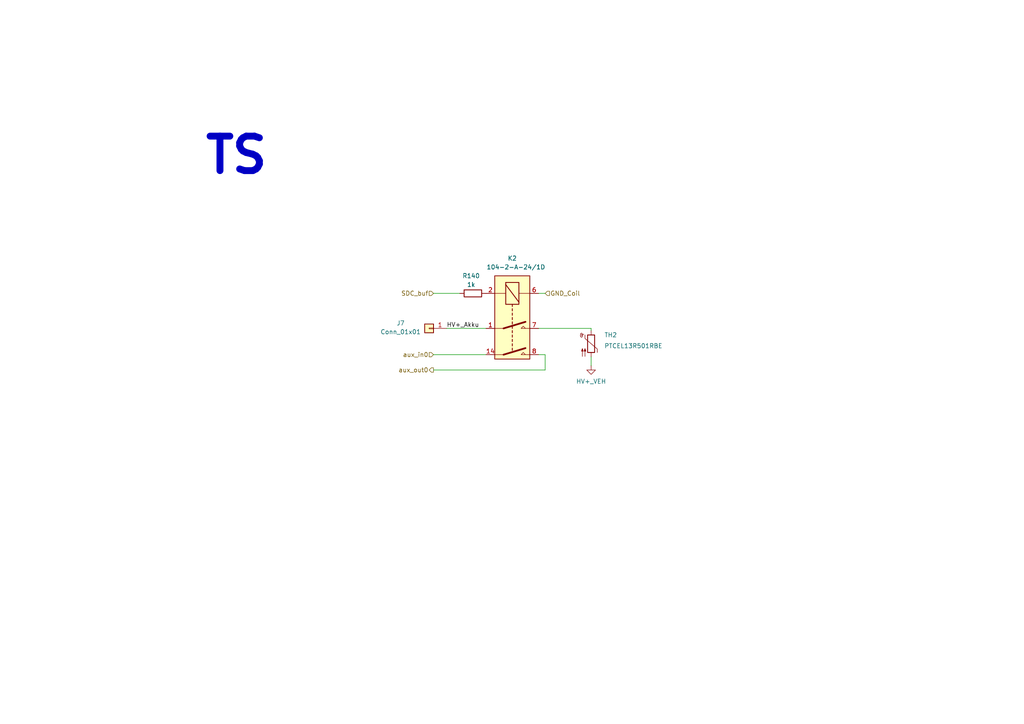
<source format=kicad_sch>
(kicad_sch
	(version 20231120)
	(generator "eeschema")
	(generator_version "8.0")
	(uuid "c512826e-4b30-41b0-b08b-4a156c10d879")
	(paper "A4")
	(lib_symbols
		(symbol "Connector_Generic:Conn_01x01"
			(pin_names
				(offset 1.016) hide)
			(exclude_from_sim no)
			(in_bom yes)
			(on_board yes)
			(property "Reference" "J"
				(at 0 2.54 0)
				(effects
					(font
						(size 1.27 1.27)
					)
				)
			)
			(property "Value" "Conn_01x01"
				(at 0 -2.54 0)
				(effects
					(font
						(size 1.27 1.27)
					)
				)
			)
			(property "Footprint" ""
				(at 0 0 0)
				(effects
					(font
						(size 1.27 1.27)
					)
					(hide yes)
				)
			)
			(property "Datasheet" "~"
				(at 0 0 0)
				(effects
					(font
						(size 1.27 1.27)
					)
					(hide yes)
				)
			)
			(property "Description" "Generic connector, single row, 01x01, script generated (kicad-library-utils/schlib/autogen/connector/)"
				(at 0 0 0)
				(effects
					(font
						(size 1.27 1.27)
					)
					(hide yes)
				)
			)
			(property "ki_keywords" "connector"
				(at 0 0 0)
				(effects
					(font
						(size 1.27 1.27)
					)
					(hide yes)
				)
			)
			(property "ki_fp_filters" "Connector*:*_1x??_*"
				(at 0 0 0)
				(effects
					(font
						(size 1.27 1.27)
					)
					(hide yes)
				)
			)
			(symbol "Conn_01x01_1_1"
				(rectangle
					(start -1.27 0.127)
					(end 0 -0.127)
					(stroke
						(width 0.1524)
						(type default)
					)
					(fill
						(type none)
					)
				)
				(rectangle
					(start -1.27 1.27)
					(end 1.27 -1.27)
					(stroke
						(width 0.254)
						(type default)
					)
					(fill
						(type background)
					)
				)
				(pin passive line
					(at -5.08 0 0)
					(length 3.81)
					(name "Pin_1"
						(effects
							(font
								(size 1.27 1.27)
							)
						)
					)
					(number "1"
						(effects
							(font
								(size 1.27 1.27)
							)
						)
					)
				)
			)
		)
		(symbol "Device:R"
			(pin_numbers hide)
			(pin_names
				(offset 0)
			)
			(exclude_from_sim no)
			(in_bom yes)
			(on_board yes)
			(property "Reference" "R"
				(at 2.032 0 90)
				(effects
					(font
						(size 1.27 1.27)
					)
				)
			)
			(property "Value" "R"
				(at 0 0 90)
				(effects
					(font
						(size 1.27 1.27)
					)
				)
			)
			(property "Footprint" ""
				(at -1.778 0 90)
				(effects
					(font
						(size 1.27 1.27)
					)
					(hide yes)
				)
			)
			(property "Datasheet" "~"
				(at 0 0 0)
				(effects
					(font
						(size 1.27 1.27)
					)
					(hide yes)
				)
			)
			(property "Description" "Resistor"
				(at 0 0 0)
				(effects
					(font
						(size 1.27 1.27)
					)
					(hide yes)
				)
			)
			(property "ki_keywords" "R res resistor"
				(at 0 0 0)
				(effects
					(font
						(size 1.27 1.27)
					)
					(hide yes)
				)
			)
			(property "ki_fp_filters" "R_*"
				(at 0 0 0)
				(effects
					(font
						(size 1.27 1.27)
					)
					(hide yes)
				)
			)
			(symbol "R_0_1"
				(rectangle
					(start -1.016 -2.54)
					(end 1.016 2.54)
					(stroke
						(width 0.254)
						(type default)
					)
					(fill
						(type none)
					)
				)
			)
			(symbol "R_1_1"
				(pin passive line
					(at 0 3.81 270)
					(length 1.27)
					(name "~"
						(effects
							(font
								(size 1.27 1.27)
							)
						)
					)
					(number "1"
						(effects
							(font
								(size 1.27 1.27)
							)
						)
					)
				)
				(pin passive line
					(at 0 -3.81 90)
					(length 1.27)
					(name "~"
						(effects
							(font
								(size 1.27 1.27)
							)
						)
					)
					(number "2"
						(effects
							(font
								(size 1.27 1.27)
							)
						)
					)
				)
			)
		)
		(symbol "Device:Thermistor_PTC"
			(pin_numbers hide)
			(pin_names
				(offset 0)
			)
			(exclude_from_sim no)
			(in_bom yes)
			(on_board yes)
			(property "Reference" "TH"
				(at -4.064 0 90)
				(effects
					(font
						(size 1.27 1.27)
					)
				)
			)
			(property "Value" "Thermistor_PTC"
				(at 3.048 0 90)
				(effects
					(font
						(size 1.27 1.27)
					)
				)
			)
			(property "Footprint" ""
				(at 1.27 -5.08 0)
				(effects
					(font
						(size 1.27 1.27)
					)
					(justify left)
					(hide yes)
				)
			)
			(property "Datasheet" "~"
				(at 0 0 0)
				(effects
					(font
						(size 1.27 1.27)
					)
					(hide yes)
				)
			)
			(property "Description" "Temperature dependent resistor, positive temperature coefficient"
				(at 0 0 0)
				(effects
					(font
						(size 1.27 1.27)
					)
					(hide yes)
				)
			)
			(property "ki_keywords" "resistor PTC thermistor sensor RTD"
				(at 0 0 0)
				(effects
					(font
						(size 1.27 1.27)
					)
					(hide yes)
				)
			)
			(property "ki_fp_filters" "*PTC* *Thermistor* PIN?ARRAY* bornier* *Terminal?Block* R_*"
				(at 0 0 0)
				(effects
					(font
						(size 1.27 1.27)
					)
					(hide yes)
				)
			)
			(symbol "Thermistor_PTC_0_1"
				(arc
					(start -3.048 2.159)
					(mid -3.0495 2.3143)
					(end -3.175 2.413)
					(stroke
						(width 0)
						(type default)
					)
					(fill
						(type none)
					)
				)
				(arc
					(start -3.048 2.159)
					(mid -2.9736 1.9794)
					(end -2.794 1.905)
					(stroke
						(width 0)
						(type default)
					)
					(fill
						(type none)
					)
				)
				(arc
					(start -3.048 2.794)
					(mid -2.9736 2.6144)
					(end -2.794 2.54)
					(stroke
						(width 0)
						(type default)
					)
					(fill
						(type none)
					)
				)
				(arc
					(start -2.794 1.905)
					(mid -2.6144 1.9794)
					(end -2.54 2.159)
					(stroke
						(width 0)
						(type default)
					)
					(fill
						(type none)
					)
				)
				(arc
					(start -2.794 2.54)
					(mid -2.4393 2.5587)
					(end -2.159 2.794)
					(stroke
						(width 0)
						(type default)
					)
					(fill
						(type none)
					)
				)
				(arc
					(start -2.794 3.048)
					(mid -2.9736 2.9736)
					(end -3.048 2.794)
					(stroke
						(width 0)
						(type default)
					)
					(fill
						(type none)
					)
				)
				(arc
					(start -2.54 2.794)
					(mid -2.6144 2.9736)
					(end -2.794 3.048)
					(stroke
						(width 0)
						(type default)
					)
					(fill
						(type none)
					)
				)
				(rectangle
					(start -1.016 2.54)
					(end 1.016 -2.54)
					(stroke
						(width 0.254)
						(type default)
					)
					(fill
						(type none)
					)
				)
				(polyline
					(pts
						(xy -2.54 2.159) (xy -2.54 2.794)
					)
					(stroke
						(width 0)
						(type default)
					)
					(fill
						(type none)
					)
				)
				(polyline
					(pts
						(xy -1.778 2.54) (xy -1.778 1.524) (xy 1.778 -1.524) (xy 1.778 -2.54)
					)
					(stroke
						(width 0)
						(type default)
					)
					(fill
						(type none)
					)
				)
				(polyline
					(pts
						(xy -2.54 -3.683) (xy -2.54 -1.397) (xy -2.794 -2.159) (xy -2.286 -2.159) (xy -2.54 -1.397) (xy -2.54 -1.651)
					)
					(stroke
						(width 0)
						(type default)
					)
					(fill
						(type outline)
					)
				)
				(polyline
					(pts
						(xy -1.778 -3.683) (xy -1.778 -1.397) (xy -2.032 -2.159) (xy -1.524 -2.159) (xy -1.778 -1.397)
						(xy -1.778 -1.651)
					)
					(stroke
						(width 0)
						(type default)
					)
					(fill
						(type outline)
					)
				)
			)
			(symbol "Thermistor_PTC_1_1"
				(pin passive line
					(at 0 3.81 270)
					(length 1.27)
					(name "~"
						(effects
							(font
								(size 1.27 1.27)
							)
						)
					)
					(number "1"
						(effects
							(font
								(size 1.27 1.27)
							)
						)
					)
				)
				(pin passive line
					(at 0 -3.81 90)
					(length 1.27)
					(name "~"
						(effects
							(font
								(size 1.27 1.27)
							)
						)
					)
					(number "2"
						(effects
							(font
								(size 1.27 1.27)
							)
						)
					)
				)
			)
		)
		(symbol "Relay:DIPxx-2Axx-21x"
			(exclude_from_sim no)
			(in_bom yes)
			(on_board yes)
			(property "Reference" "K"
				(at 12.7 3.81 0)
				(effects
					(font
						(size 1.27 1.27)
					)
					(justify left)
				)
			)
			(property "Value" "DIPxx-2Axx-21x"
				(at 12.7 1.27 0)
				(effects
					(font
						(size 1.27 1.27)
					)
					(justify left)
				)
			)
			(property "Footprint" "Relay_THT:Relay_StandexMeder_DIP_LowProfile"
				(at 12.7 -1.27 0)
				(effects
					(font
						(size 1.27 1.27)
					)
					(justify left)
					(hide yes)
				)
			)
			(property "Datasheet" "https://standexelectronics.com/wp-content/uploads/datasheet_reed_relay_DIP.pdf"
				(at 0 0 0)
				(effects
					(font
						(size 1.27 1.27)
					)
					(hide yes)
				)
			)
			(property "Description" "Standex Meder DIP reed relay, DPST, Closing Contacts"
				(at 0 0 0)
				(effects
					(font
						(size 1.27 1.27)
					)
					(hide yes)
				)
			)
			(property "ki_keywords" "Single Pole Reed Relay DPST"
				(at 0 0 0)
				(effects
					(font
						(size 1.27 1.27)
					)
					(hide yes)
				)
			)
			(property "ki_fp_filters" "Relay*StandexMeder*DIP*LowProfile*"
				(at 0 0 0)
				(effects
					(font
						(size 1.27 1.27)
					)
					(hide yes)
				)
			)
			(symbol "DIPxx-2Axx-21x_0_0"
				(polyline
					(pts
						(xy 2.54 5.08) (xy 2.54 2.54) (xy 1.905 3.175) (xy 2.54 3.81)
					)
					(stroke
						(width 0)
						(type default)
					)
					(fill
						(type none)
					)
				)
				(polyline
					(pts
						(xy 10.16 5.08) (xy 10.16 2.54) (xy 9.525 3.175) (xy 10.16 3.81)
					)
					(stroke
						(width 0)
						(type default)
					)
					(fill
						(type none)
					)
				)
			)
			(symbol "DIPxx-2Axx-21x_0_1"
				(rectangle
					(start -12.7 5.08)
					(end 11.43 -5.08)
					(stroke
						(width 0.254)
						(type default)
					)
					(fill
						(type background)
					)
				)
				(rectangle
					(start -10.795 1.905)
					(end -4.445 -1.905)
					(stroke
						(width 0.254)
						(type default)
					)
					(fill
						(type none)
					)
				)
				(polyline
					(pts
						(xy -10.16 -1.905) (xy -5.08 1.905)
					)
					(stroke
						(width 0.254)
						(type default)
					)
					(fill
						(type none)
					)
				)
				(polyline
					(pts
						(xy -7.62 -5.08) (xy -7.62 -1.905)
					)
					(stroke
						(width 0)
						(type default)
					)
					(fill
						(type none)
					)
				)
				(polyline
					(pts
						(xy -7.62 5.08) (xy -7.62 1.905)
					)
					(stroke
						(width 0)
						(type default)
					)
					(fill
						(type none)
					)
				)
				(polyline
					(pts
						(xy -4.445 0) (xy -3.81 0)
					)
					(stroke
						(width 0.254)
						(type default)
					)
					(fill
						(type none)
					)
				)
				(polyline
					(pts
						(xy -3.175 0) (xy -2.54 0)
					)
					(stroke
						(width 0.254)
						(type default)
					)
					(fill
						(type none)
					)
				)
				(polyline
					(pts
						(xy -1.905 0) (xy -1.27 0)
					)
					(stroke
						(width 0.254)
						(type default)
					)
					(fill
						(type none)
					)
				)
				(polyline
					(pts
						(xy -0.635 0) (xy 0 0)
					)
					(stroke
						(width 0.254)
						(type default)
					)
					(fill
						(type none)
					)
				)
				(polyline
					(pts
						(xy 0.635 0) (xy 1.27 0)
					)
					(stroke
						(width 0.254)
						(type default)
					)
					(fill
						(type none)
					)
				)
				(polyline
					(pts
						(xy 1.905 0) (xy 2.54 0)
					)
					(stroke
						(width 0.254)
						(type default)
					)
					(fill
						(type none)
					)
				)
				(polyline
					(pts
						(xy 2.54 -2.54) (xy 0.635 3.81)
					)
					(stroke
						(width 0.508)
						(type default)
					)
					(fill
						(type none)
					)
				)
				(polyline
					(pts
						(xy 2.54 -2.54) (xy 2.54 -5.08)
					)
					(stroke
						(width 0)
						(type default)
					)
					(fill
						(type none)
					)
				)
				(polyline
					(pts
						(xy 3.175 0) (xy 3.81 0)
					)
					(stroke
						(width 0.254)
						(type default)
					)
					(fill
						(type none)
					)
				)
				(polyline
					(pts
						(xy 4.445 0) (xy 5.08 0)
					)
					(stroke
						(width 0.254)
						(type default)
					)
					(fill
						(type none)
					)
				)
				(polyline
					(pts
						(xy 5.715 0) (xy 6.35 0)
					)
					(stroke
						(width 0.254)
						(type default)
					)
					(fill
						(type none)
					)
				)
				(polyline
					(pts
						(xy 6.985 0) (xy 7.62 0)
					)
					(stroke
						(width 0.254)
						(type default)
					)
					(fill
						(type none)
					)
				)
				(polyline
					(pts
						(xy 8.255 0) (xy 8.89 0)
					)
					(stroke
						(width 0.254)
						(type default)
					)
					(fill
						(type none)
					)
				)
				(polyline
					(pts
						(xy 10.16 -2.54) (xy 8.255 3.81)
					)
					(stroke
						(width 0.508)
						(type default)
					)
					(fill
						(type none)
					)
				)
				(polyline
					(pts
						(xy 10.16 -2.54) (xy 10.16 -5.08)
					)
					(stroke
						(width 0)
						(type default)
					)
					(fill
						(type none)
					)
				)
			)
			(symbol "DIPxx-2Axx-21x_1_1"
				(pin passive line
					(at 2.54 -7.62 90)
					(length 2.54)
					(name "~"
						(effects
							(font
								(size 1.27 1.27)
							)
						)
					)
					(number "1"
						(effects
							(font
								(size 1.27 1.27)
							)
						)
					)
				)
				(pin passive line
					(at 10.16 -7.62 90)
					(length 2.54)
					(name "~"
						(effects
							(font
								(size 1.27 1.27)
							)
						)
					)
					(number "14"
						(effects
							(font
								(size 1.27 1.27)
							)
						)
					)
				)
				(pin passive line
					(at -7.62 -7.62 90)
					(length 2.54)
					(name "~"
						(effects
							(font
								(size 1.27 1.27)
							)
						)
					)
					(number "2"
						(effects
							(font
								(size 1.27 1.27)
							)
						)
					)
				)
				(pin passive line
					(at -7.62 7.62 270)
					(length 2.54)
					(name "~"
						(effects
							(font
								(size 1.27 1.27)
							)
						)
					)
					(number "6"
						(effects
							(font
								(size 1.27 1.27)
							)
						)
					)
				)
				(pin passive line
					(at 2.54 7.62 270)
					(length 2.54)
					(name "~"
						(effects
							(font
								(size 1.27 1.27)
							)
						)
					)
					(number "7"
						(effects
							(font
								(size 1.27 1.27)
							)
						)
					)
				)
				(pin passive line
					(at 10.16 7.62 270)
					(length 2.54)
					(name "~"
						(effects
							(font
								(size 1.27 1.27)
							)
						)
					)
					(number "8"
						(effects
							(font
								(size 1.27 1.27)
							)
						)
					)
				)
			)
		)
		(symbol "power:GND"
			(power)
			(pin_numbers hide)
			(pin_names
				(offset 0) hide)
			(exclude_from_sim no)
			(in_bom yes)
			(on_board yes)
			(property "Reference" "#PWR"
				(at 0 -6.35 0)
				(effects
					(font
						(size 1.27 1.27)
					)
					(hide yes)
				)
			)
			(property "Value" "GND"
				(at 0 -3.81 0)
				(effects
					(font
						(size 1.27 1.27)
					)
				)
			)
			(property "Footprint" ""
				(at 0 0 0)
				(effects
					(font
						(size 1.27 1.27)
					)
					(hide yes)
				)
			)
			(property "Datasheet" ""
				(at 0 0 0)
				(effects
					(font
						(size 1.27 1.27)
					)
					(hide yes)
				)
			)
			(property "Description" "Power symbol creates a global label with name \"GND\" , ground"
				(at 0 0 0)
				(effects
					(font
						(size 1.27 1.27)
					)
					(hide yes)
				)
			)
			(property "ki_keywords" "global power"
				(at 0 0 0)
				(effects
					(font
						(size 1.27 1.27)
					)
					(hide yes)
				)
			)
			(symbol "GND_0_1"
				(polyline
					(pts
						(xy 0 0) (xy 0 -1.27) (xy 1.27 -1.27) (xy 0 -2.54) (xy -1.27 -1.27) (xy 0 -1.27)
					)
					(stroke
						(width 0)
						(type default)
					)
					(fill
						(type none)
					)
				)
			)
			(symbol "GND_1_1"
				(pin power_in line
					(at 0 0 270)
					(length 0)
					(name "~"
						(effects
							(font
								(size 1.27 1.27)
							)
						)
					)
					(number "1"
						(effects
							(font
								(size 1.27 1.27)
							)
						)
					)
				)
			)
		)
	)
	(wire
		(pts
			(xy 171.45 95.25) (xy 171.45 95.885)
		)
		(stroke
			(width 0)
			(type default)
		)
		(uuid "13255788-628c-4d91-b690-848eaaa9d480")
	)
	(wire
		(pts
			(xy 158.115 107.315) (xy 158.115 102.87)
		)
		(stroke
			(width 0)
			(type default)
		)
		(uuid "295b27b4-279a-4844-8e6c-748d1fa8971a")
	)
	(wire
		(pts
			(xy 156.21 95.25) (xy 171.45 95.25)
		)
		(stroke
			(width 0)
			(type default)
		)
		(uuid "2d154140-0496-4bf2-854d-103f5c2d7c19")
	)
	(wire
		(pts
			(xy 125.73 85.09) (xy 133.35 85.09)
		)
		(stroke
			(width 0)
			(type default)
		)
		(uuid "571089fd-4668-4d3e-99de-e0e92abae555")
	)
	(wire
		(pts
			(xy 171.45 103.505) (xy 171.45 106.045)
		)
		(stroke
			(width 0)
			(type default)
		)
		(uuid "5f837369-53c2-49ce-b80b-d2656ad26f8c")
	)
	(wire
		(pts
			(xy 125.73 107.315) (xy 158.115 107.315)
		)
		(stroke
			(width 0)
			(type default)
		)
		(uuid "a0599e55-bcdc-477d-a041-14eeb1e9fe1c")
	)
	(wire
		(pts
			(xy 129.54 95.25) (xy 140.97 95.25)
		)
		(stroke
			(width 0)
			(type default)
		)
		(uuid "b1ab3e9f-d52b-472a-b481-50b5ff72dc1a")
	)
	(wire
		(pts
			(xy 158.115 85.09) (xy 156.21 85.09)
		)
		(stroke
			(width 0)
			(type default)
		)
		(uuid "db4dc769-5cd7-4998-8b35-d6613f29dc34")
	)
	(wire
		(pts
			(xy 125.73 102.87) (xy 140.97 102.87)
		)
		(stroke
			(width 0)
			(type default)
		)
		(uuid "dd45e93f-612a-4415-90c3-38ac07df31cd")
	)
	(wire
		(pts
			(xy 156.21 102.87) (xy 158.115 102.87)
		)
		(stroke
			(width 0)
			(type default)
		)
		(uuid "e751b110-8161-44c8-b0d4-0dbcad6d3ab0")
	)
	(text "TS"
		(exclude_from_sim no)
		(at 58.674 45.212 0)
		(effects
			(font
				(size 10 10)
				(thickness 2)
				(bold yes)
			)
			(justify left)
		)
		(uuid "0a3e6c1e-fc36-4bb4-8138-05aef9ab2a25")
	)
	(label "HV+_Akku"
		(at 129.54 95.25 0)
		(fields_autoplaced yes)
		(effects
			(font
				(size 1.27 1.27)
			)
			(justify left bottom)
		)
		(uuid "915c3972-cb2f-48ea-a298-79ded466dca1")
	)
	(hierarchical_label "GND_Coil"
		(shape input)
		(at 158.115 85.09 0)
		(fields_autoplaced yes)
		(effects
			(font
				(size 1.27 1.27)
			)
			(justify left)
		)
		(uuid "0336b6e6-12eb-49bd-922d-ffd67b8f2b71")
	)
	(hierarchical_label "SDC_buf"
		(shape input)
		(at 125.73 85.09 180)
		(fields_autoplaced yes)
		(effects
			(font
				(size 1.27 1.27)
			)
			(justify right)
		)
		(uuid "177a625b-f077-469c-808d-268af12c0324")
	)
	(hierarchical_label "aux_in0"
		(shape input)
		(at 125.73 102.87 180)
		(fields_autoplaced yes)
		(effects
			(font
				(size 1.27 1.27)
			)
			(justify right)
		)
		(uuid "653da6f8-c5e6-4b74-bd8a-e487c198cc5a")
	)
	(hierarchical_label "aux_out0"
		(shape output)
		(at 125.73 107.315 180)
		(fields_autoplaced yes)
		(effects
			(font
				(size 1.27 1.27)
			)
			(justify right)
		)
		(uuid "793ea848-b16f-487b-aa74-e363aecdb0b9")
	)
	(symbol
		(lib_id "Connector_Generic:Conn_01x01")
		(at 124.46 95.25 180)
		(unit 1)
		(exclude_from_sim no)
		(in_bom yes)
		(on_board yes)
		(dnp no)
		(uuid "0a27851e-59e7-47d8-a3a9-6547bddd85b9")
		(property "Reference" "J7"
			(at 116.205 93.726 0)
			(effects
				(font
					(size 1.27 1.27)
				)
			)
		)
		(property "Value" "Conn_01x01"
			(at 116.205 96.266 0)
			(effects
				(font
					(size 1.27 1.27)
				)
			)
		)
		(property "Footprint" ""
			(at 124.46 95.25 0)
			(effects
				(font
					(size 1.27 1.27)
				)
				(hide yes)
			)
		)
		(property "Datasheet" "~"
			(at 124.46 95.25 0)
			(effects
				(font
					(size 1.27 1.27)
				)
				(hide yes)
			)
		)
		(property "Description" "Generic connector, single row, 01x01, script generated (kicad-library-utils/schlib/autogen/connector/)"
			(at 124.46 95.25 0)
			(effects
				(font
					(size 1.27 1.27)
				)
				(hide yes)
			)
		)
		(pin "1"
			(uuid "0abcc3ab-3061-49bb-95d7-bf0489297d0e")
		)
		(instances
			(project "Master_FT25"
				(path "/e63e39d7-6ac0-4ffd-8aa3-1841a4541b55/95b8e8bb-175b-4c26-b28f-f18dafbb4793/37d30e27-c673-4cc7-b99f-eba24f032eb1"
					(reference "J7")
					(unit 1)
				)
			)
		)
	)
	(symbol
		(lib_id "power:GND")
		(at 171.45 106.045 0)
		(unit 1)
		(exclude_from_sim no)
		(in_bom yes)
		(on_board yes)
		(dnp no)
		(uuid "3ac610e5-a9e6-4b28-953d-0b917624033f")
		(property "Reference" "#PWR075"
			(at 171.45 112.395 0)
			(effects
				(font
					(size 1.27 1.27)
				)
				(hide yes)
			)
		)
		(property "Value" "HV+_VEH"
			(at 171.45 110.617 0)
			(effects
				(font
					(size 1.27 1.27)
				)
			)
		)
		(property "Footprint" ""
			(at 171.45 106.045 0)
			(effects
				(font
					(size 1.27 1.27)
				)
				(hide yes)
			)
		)
		(property "Datasheet" ""
			(at 171.45 106.045 0)
			(effects
				(font
					(size 1.27 1.27)
				)
				(hide yes)
			)
		)
		(property "Description" "Power symbol creates a global label with name \"GND\" , ground"
			(at 171.45 106.045 0)
			(effects
				(font
					(size 1.27 1.27)
				)
				(hide yes)
			)
		)
		(pin "1"
			(uuid "b6aa06bc-6847-48da-8974-fc0639abbb3e")
		)
		(instances
			(project "Master_FT25"
				(path "/e63e39d7-6ac0-4ffd-8aa3-1841a4541b55/95b8e8bb-175b-4c26-b28f-f18dafbb4793/37d30e27-c673-4cc7-b99f-eba24f032eb1"
					(reference "#PWR075")
					(unit 1)
				)
			)
		)
	)
	(symbol
		(lib_id "Device:Thermistor_PTC")
		(at 171.45 99.695 0)
		(unit 1)
		(exclude_from_sim no)
		(in_bom yes)
		(on_board yes)
		(dnp no)
		(uuid "473f44cc-b349-4127-ac18-c6e688167dcf")
		(property "Reference" "TH2"
			(at 175.26 97.155 0)
			(effects
				(font
					(size 1.27 1.27)
				)
				(justify left)
			)
		)
		(property "Value" "PTCEL13R501RBE"
			(at 175.26 100.33 0)
			(effects
				(font
					(size 1.27 1.27)
				)
				(justify left)
			)
		)
		(property "Footprint" "Connector_PinHeader_2.54mm:PinHeader_1x02_P2.54mm_Vertical"
			(at 172.72 104.775 0)
			(effects
				(font
					(size 1.27 1.27)
				)
				(justify left)
				(hide yes)
			)
		)
		(property "Datasheet" "https://www.vishay.com/docs/29165/ptcel_series.pdf"
			(at 171.45 99.695 0)
			(effects
				(font
					(size 1.27 1.27)
				)
				(hide yes)
			)
		)
		(property "Description" "Temperature dependent resistor, positive temperature coefficient"
			(at 171.45 99.695 0)
			(effects
				(font
					(size 1.27 1.27)
				)
				(hide yes)
			)
		)
		(pin "1"
			(uuid "04f791c8-bf02-4d20-a9a1-29b01b90cbaa")
		)
		(pin "2"
			(uuid "6ec933df-396a-4803-b56f-d3a576526b89")
		)
		(instances
			(project "Master_FT25"
				(path "/e63e39d7-6ac0-4ffd-8aa3-1841a4541b55/95b8e8bb-175b-4c26-b28f-f18dafbb4793/37d30e27-c673-4cc7-b99f-eba24f032eb1"
					(reference "TH2")
					(unit 1)
				)
			)
		)
	)
	(symbol
		(lib_id "Device:R")
		(at 137.16 85.09 90)
		(unit 1)
		(exclude_from_sim no)
		(in_bom yes)
		(on_board yes)
		(dnp no)
		(uuid "d1d59a34-55be-438a-99e4-cbe10cc76ea9")
		(property "Reference" "R140"
			(at 136.652 80.01 90)
			(effects
				(font
					(size 1.27 1.27)
				)
			)
		)
		(property "Value" "1k"
			(at 136.652 82.55 90)
			(effects
				(font
					(size 1.27 1.27)
				)
			)
		)
		(property "Footprint" "Capacitor_SMD:C_0603_1608Metric"
			(at 137.16 86.868 90)
			(effects
				(font
					(size 1.27 1.27)
				)
				(hide yes)
			)
		)
		(property "Datasheet" "~"
			(at 137.16 85.09 0)
			(effects
				(font
					(size 1.27 1.27)
				)
				(hide yes)
			)
		)
		(property "Description" "Resistor"
			(at 137.16 85.09 0)
			(effects
				(font
					(size 1.27 1.27)
				)
				(hide yes)
			)
		)
		(pin "2"
			(uuid "eff052cd-5333-47af-be87-50468587ba19")
		)
		(pin "1"
			(uuid "dad54f1f-97c4-4354-86cf-dbfbee5ec254")
		)
		(instances
			(project "Master_FT25"
				(path "/e63e39d7-6ac0-4ffd-8aa3-1841a4541b55/95b8e8bb-175b-4c26-b28f-f18dafbb4793/37d30e27-c673-4cc7-b99f-eba24f032eb1"
					(reference "R140")
					(unit 1)
				)
			)
		)
	)
	(symbol
		(lib_id "Relay:DIPxx-2Axx-21x")
		(at 148.59 92.71 270)
		(unit 1)
		(exclude_from_sim no)
		(in_bom yes)
		(on_board yes)
		(dnp no)
		(uuid "e388b17d-b0c2-4d68-8fc9-adc8e504f747")
		(property "Reference" "K2"
			(at 148.59 74.93 90)
			(effects
				(font
					(size 1.27 1.27)
				)
			)
		)
		(property "Value" "104-2-A-24/1D "
			(at 150.114 77.47 90)
			(effects
				(font
					(size 1.27 1.27)
				)
			)
		)
		(property "Footprint" "104-2-A-24_1D:1042A122D"
			(at 147.32 105.41 0)
			(effects
				(font
					(size 1.27 1.27)
				)
				(justify left)
				(hide yes)
			)
		)
		(property "Datasheet" "https://www.pickeringrelay.com/pdfs/104-high-voltage-sil-reed-relays.pdf"
			(at 148.59 92.71 0)
			(effects
				(font
					(size 1.27 1.27)
				)
				(hide yes)
			)
		)
		(property "Description" ""
			(at 148.59 92.71 0)
			(effects
				(font
					(size 1.27 1.27)
				)
				(hide yes)
			)
		)
		(pin "14"
			(uuid "0c42707c-0ba6-4b0d-a9f5-8361d491afc0")
		)
		(pin "2"
			(uuid "734aadd4-ac32-49b1-9dfb-e3a3140695e9")
		)
		(pin "1"
			(uuid "261695df-5387-4848-94b6-61b3ca999dce")
		)
		(pin "8"
			(uuid "fa71cee4-7b53-48be-bd91-4db031aeffe6")
		)
		(pin "6"
			(uuid "44bc1f87-8f67-4490-b604-41b5277b40bd")
		)
		(pin "7"
			(uuid "172a4f3d-fc1c-4b1b-9810-e2016097d02f")
		)
		(instances
			(project "Master_FT25"
				(path "/e63e39d7-6ac0-4ffd-8aa3-1841a4541b55/95b8e8bb-175b-4c26-b28f-f18dafbb4793/37d30e27-c673-4cc7-b99f-eba24f032eb1"
					(reference "K2")
					(unit 1)
				)
			)
		)
	)
)

</source>
